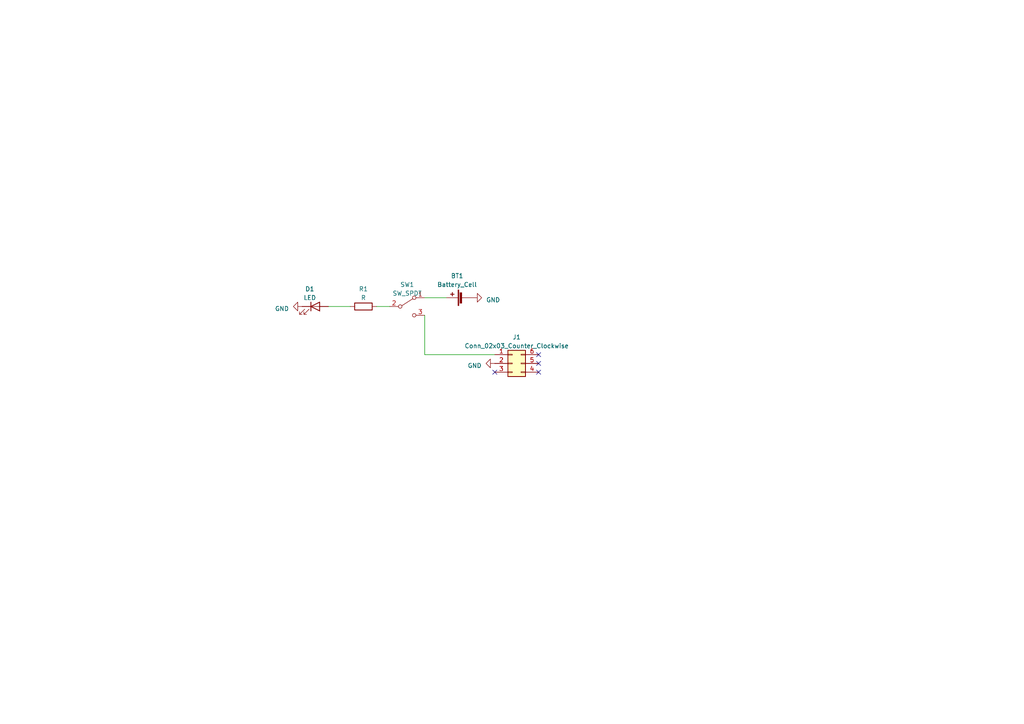
<source format=kicad_sch>
(kicad_sch (version 20230121) (generator eeschema)
  (paper "A4")
  (lib_symbols
    (symbol "Connector_Generic:Conn_02x03_Counter_Clockwise" (pin_names (offset 1.016) hide)
      (property "Reference" "J" (at 1.27 5.08 0))
      (property "Value" "Conn_02x03_Counter_Clockwise" (at 1.27 -5.08 0))
      (symbol "Conn_02x03_Counter_Clockwise_1_1"
        (rectangle (start -1.27 -2.413) (end 0 -2.667) (stroke (width 0.1524)))
        (rectangle (start -1.27 0.127) (end 0 -0.127) (stroke (width 0.1524)))
        (rectangle (start -1.27 2.667) (end 0 2.413) (stroke (width 0.1524)))
        (rectangle (start -1.27 3.81) (end 3.81 -3.81) (stroke (width 0.254)) (fill (type background)))
        (rectangle (start 3.81 -2.413) (end 2.54 -2.667) (stroke (width 0.1524)))
        (rectangle (start 3.81 0.127) (end 2.54 -0.127) (stroke (width 0.1524)))
        (rectangle (start 3.81 2.667) (end 2.54 2.413) (stroke (width 0.1524)))
        (pin passive line (at -5.08 2.54 0) (length 3.81) (name "Pin_1") (number "1"))
        (pin passive line (at -5.08 0 0) (length 3.81) (name "Pin_2") (number "2"))
        (pin passive line (at -5.08 -2.54 0) (length 3.81) (name "Pin_3") (number "3"))
        (pin passive line (at 7.62 -2.54 180) (length 3.81) (name "Pin_4") (number "4"))
        (pin passive line (at 7.62 0 180) (length 3.81) (name "Pin_5") (number "5"))
        (pin passive line (at 7.62 2.54 180) (length 3.81) (name "Pin_6") (number "6"))
      )
    )
    (symbol "Device:Battery_Cell" (pin_numbers hide) (pin_names (offset 0) hide)
      (property "Reference" "BT" (at 2.54 2.54 0))
      (property "Value" "Battery_Cell" (at 2.54 0 0))
      (symbol "Battery_Cell_0_1"
        (rectangle (start -2.286 1.778) (end 2.286 1.524) (fill (type outline)))
        (rectangle (start -1.5748 1.1938) (end 1.4732 0.6858) (fill (type outline)))
        (polyline (pts (xy 0 0.762) (xy 0 0)))
        (polyline (pts (xy 0 1.778) (xy 0 2.54)))
        (polyline (pts (xy 0.508 3.429) (xy 1.524 3.429)) (stroke (width 0.254)))
        (polyline (pts (xy 1.016 3.937) (xy 1.016 2.921)) (stroke (width 0.254)))
      )
      (symbol "Battery_Cell_1_1"
        (pin passive line (at 0 5.08 270) (length 2.54) (name "+") (number "1"))
        (pin passive line (at 0 -2.54 90) (length 2.54) (name "-") (number "2"))
      )
    )
    (symbol "Device:LED" (pin_numbers hide) (pin_names (offset 1.016) hide)
      (property "Reference" "D" (at 0 2.54 0))
      (property "Value" "LED" (at 0 -2.54 0))
      (symbol "LED_0_1"
        (polyline (pts (xy -1.27 -1.27) (xy -1.27 1.27)) (stroke (width 0.254)))
        (polyline (pts (xy -1.27 0) (xy 1.27 0)))
        (polyline (pts (xy 1.27 -1.27) (xy 1.27 1.27) (xy -1.27 0) (xy 1.27 -1.27)) (stroke (width 0.254)))
        (polyline (pts (xy -3.048 -0.762) (xy -4.572 -2.286) (xy -3.81 -2.286) (xy -4.572 -2.286) (xy -4.572 -1.524)))
        (polyline (pts (xy -1.778 -0.762) (xy -3.302 -2.286) (xy -2.54 -2.286) (xy -3.302 -2.286) (xy -3.302 -1.524)))
      )
      (symbol "LED_1_1"
        (pin passive line (at -3.81 0 0) (length 2.54) (name "K") (number "1"))
        (pin passive line (at 3.81 0 180) (length 2.54) (name "A") (number "2"))
      )
    )
    (symbol "Device:R" (pin_numbers hide) (pin_names (offset 0))
      (property "Reference" "R" (at 2.032 0 90))
      (property "Value" "R" (at 0 0 90))
      (symbol "R_0_1"
        (rectangle (start -1.016 -2.54) (end 1.016 2.54) (stroke (width 0.254)))
      )
      (symbol "R_1_1"
        (pin passive line (at 0 3.81 270) (length 1.27) (name "~") (number "1"))
        (pin passive line (at 0 -3.81 90) (length 1.27) (name "~") (number "2"))
      )
    )
    (symbol "Switch:SW_SPDT" (pin_names (offset 0) hide)
      (property "Reference" "SW" (at 0 4.318 0))
      (property "Value" "SW_SPDT" (at 0 -5.08 0))
      (symbol "SW_SPDT_0_0"
        (circle (center -2.032 0) (radius 0.508))
        (circle (center 2.032 -2.54) (radius 0.508))
      )
      (symbol "SW_SPDT_0_1"
        (polyline (pts (xy -1.524 0.254) (xy 1.651 2.286)))
        (circle (center 2.032 2.54) (radius 0.508))
      )
      (symbol "SW_SPDT_1_1"
        (pin passive line (at 5.08 2.54 180) (length 2.54) (name "A") (number "1"))
        (pin passive line (at -5.08 0 0) (length 2.54) (name "B") (number "2"))
        (pin passive line (at 5.08 -2.54 180) (length 2.54) (name "C") (number "3"))
      )
    )
    (symbol "power:GND" (power) (pin_names (offset 0))
      (property "Value" "GND" (at 0 -3.81 0))
      (symbol "GND_0_1"
        (polyline (pts (xy 0 0) (xy 0 -1.27) (xy 1.27 -1.27) (xy 0 -2.54) (xy -1.27 -1.27) (xy 0 -1.27)))
      )
      (symbol "GND_1_1"
        (pin power_in line (at 0 0 270) (length 0) hide (name "GND") (number "1"))
      )
    )
  )
  (no_connect (at 156.21 102.87))
  (no_connect (at 156.21 105.41))
  (no_connect (at 156.21 107.95))
  (no_connect (at 143.51 107.95))
  (wire (pts (xy 95.25 88.9) (xy 101.6 88.9)))
  (wire (pts (xy 109.22 88.9) (xy 113.03 88.9)))
  (wire (pts (xy 123.19 102.87) (xy 123.19 91.44)))
  (wire (pts (xy 143.51 102.87) (xy 123.19 102.87)))
  (wire (pts (xy 123.19 86.36) (xy 129.54 86.36)))
  (symbol (lib_id "Switch:SW_SPDT") (at 118.11 88.9 0) (unit 1)
    (property "Reference" "SW1" (at 118.11 82.55 0))
    (property "Value" "SW_SPDT" (at 118.11 85.09 0))
    (property "Footprint" "Button_Switch_SMD:SW_SPDT_PCM12" (effects hide))
  )
  (symbol (lib_id "power:GND") (at 143.51 105.41 270) (unit 1)
    (property "Reference" "#PWR01" (effects hide))
    (property "Value" "GND" (at 139.7 106.045 90) (effects (justify right)))
  )
  (symbol (lib_id "power:GND") (at 137.16 86.36 90) (unit 1)
    (property "Reference" "#PWR03" (effects hide))
    (property "Value" "GND" (at 140.97 86.995 90) (effects (justify right)))
  )
  (symbol (lib_id "power:GND") (at 87.63 88.9 270) (unit 1)
    (property "Reference" "#PWR02" (effects hide))
    (property "Value" "GND" (at 83.82 89.535 90) (effects (justify right)))
  )
  (symbol (lib_id "Device:R") (at 105.41 88.9 90) (unit 1)
    (property "Reference" "R1" (at 105.41 83.82 90))
    (property "Value" "R" (at 105.41 86.36 90))
    (property "Footprint" "Resistor_SMD:R_1206_3216Metric_Pad1.30x1.75mm_HandSolder" (effects hide))
  )
  (symbol (lib_id "Connector_Generic:Conn_02x03_Counter_Clockwise") (at 148.59 105.41 0) (unit 1)
    (property "Reference" "J1" (at 149.86 97.79 0))
    (property "Value" "Conn_02x03_Counter_Clockwise" (at 149.86 100.33 0))
    (property "Footprint" "Connector_PinHeader_2.54mm:PinHeader_2x03_P2.54mm_Vertical" (effects hide))
  )
  (symbol (lib_id "Device:LED") (at 91.44 88.9 0) (unit 1)
    (property "Reference" "D1" (at 89.8525 83.82 0))
    (property "Value" "LED" (at 89.8525 86.36 0))
    (property "Footprint" "LED_THT:LED_D5.0mm" (effects hide))
  )
  (symbol (lib_id "Device:Battery_Cell") (at 134.62 86.36 90) (unit 1)
    (property "Reference" "BT1" (at 132.588 80.01 90))
    (property "Value" "Battery_Cell" (at 132.588 82.55 90))
    (property "Footprint" "Battery:BatteryHolder_Keystone_3034_1x20mm" (effects hide))
    (property "Datasheet" "https://www.keyelco.com/userAssets/file/M65p9.pdf" (effects hide))
  )
)
</source>
